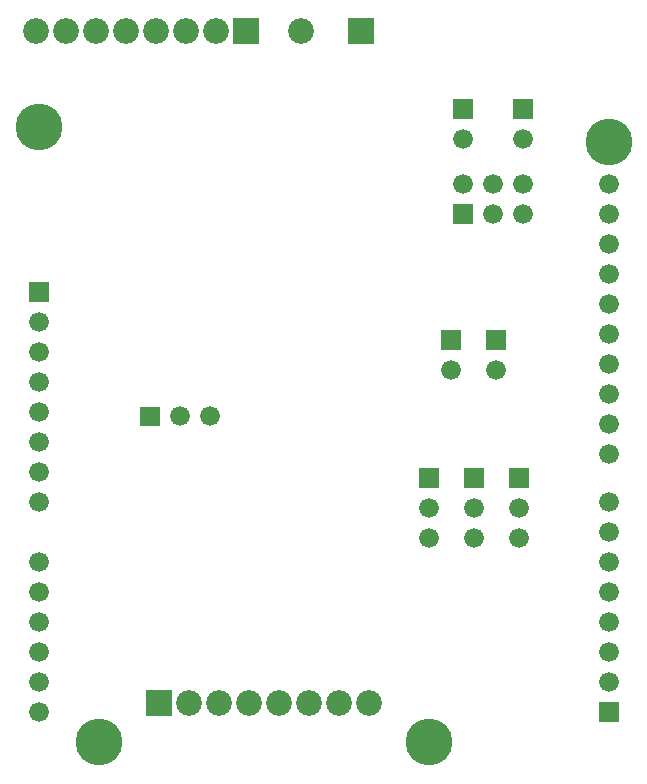
<source format=gbr>
G04 start of page 7 for group -4062 idx -4062 *
G04 Title: (unknown), soldermask *
G04 Creator: pcb 20110918 *
G04 CreationDate: Wed 23 Apr 2014 02:57:30 AM GMT UTC *
G04 For: railfan *
G04 Format: Gerber/RS-274X *
G04 PCB-Dimensions: 210000 270000 *
G04 PCB-Coordinate-Origin: lower left *
%MOIN*%
%FSLAX25Y25*%
%LNBOTTOMMASK*%
%ADD62C,0.0860*%
%ADD61C,0.1560*%
%ADD60C,0.0001*%
%ADD59C,0.0660*%
G54D59*X10000Y130000D03*
Y120000D03*
Y110000D03*
Y100000D03*
G54D60*G36*
X6700Y163300D02*Y156700D01*
X13300D01*
Y163300D01*
X6700D01*
G37*
G54D59*X10000Y150000D03*
Y140000D03*
G54D61*Y215000D03*
G54D60*G36*
X43700Y121800D02*Y115200D01*
X50300D01*
Y121800D01*
X43700D01*
G37*
G54D59*X57000Y118500D03*
X67000D03*
G54D60*G36*
X74700Y251300D02*Y242700D01*
X83300D01*
Y251300D01*
X74700D01*
G37*
G36*
X113200D02*Y242700D01*
X121800D01*
Y251300D01*
X113200D01*
G37*
G54D62*X97500Y247000D03*
X69000D03*
X59000D03*
X49000D03*
X39000D03*
X29000D03*
X19000D03*
X9000D03*
G54D59*X200000Y126000D03*
Y136000D03*
Y146000D03*
Y156000D03*
Y166000D03*
Y176000D03*
G54D60*G36*
X159200Y147300D02*Y140700D01*
X165800D01*
Y147300D01*
X159200D01*
G37*
G54D59*X162500Y134000D03*
G54D60*G36*
X144200Y147300D02*Y140700D01*
X150800D01*
Y147300D01*
X144200D01*
G37*
G54D59*X147500Y134000D03*
X200000Y186000D03*
Y196000D03*
G54D61*Y210000D03*
G54D60*G36*
X148200Y189300D02*Y182700D01*
X154800D01*
Y189300D01*
X148200D01*
G37*
G54D59*X161500Y186000D03*
X171500D03*
X151500Y196000D03*
X161500D03*
X171500D03*
G54D60*G36*
X168200Y224300D02*Y217700D01*
X174800D01*
Y224300D01*
X168200D01*
G37*
G54D59*X171500Y211000D03*
G54D60*G36*
X148200Y224300D02*Y217700D01*
X154800D01*
Y224300D01*
X148200D01*
G37*
G54D59*X151500Y211000D03*
G54D60*G36*
X196700Y23300D02*Y16700D01*
X203300D01*
Y23300D01*
X196700D01*
G37*
G54D59*X200000Y30000D03*
Y40000D03*
Y50000D03*
G54D61*X140000Y10000D03*
G54D59*X200000Y80000D03*
Y90000D03*
Y106000D03*
Y116000D03*
X10000Y90000D03*
Y70000D03*
Y60000D03*
Y50000D03*
Y40000D03*
Y30000D03*
Y20000D03*
G54D61*X30000Y10000D03*
G54D60*G36*
X45700Y27300D02*Y18700D01*
X54300D01*
Y27300D01*
X45700D01*
G37*
G54D62*X60000Y23000D03*
X70000D03*
X80000D03*
X90000D03*
X100000D03*
X110000D03*
X120000D03*
G54D59*X200000Y60000D03*
Y70000D03*
G54D60*G36*
X136700Y101300D02*Y94700D01*
X143300D01*
Y101300D01*
X136700D01*
G37*
G54D59*X140000Y88000D03*
Y78000D03*
G54D60*G36*
X151700Y101300D02*Y94700D01*
X158300D01*
Y101300D01*
X151700D01*
G37*
G54D59*X155000Y88000D03*
Y78000D03*
G54D60*G36*
X166700Y101300D02*Y94700D01*
X173300D01*
Y101300D01*
X166700D01*
G37*
G54D59*X170000Y88000D03*
Y78000D03*
M02*

</source>
